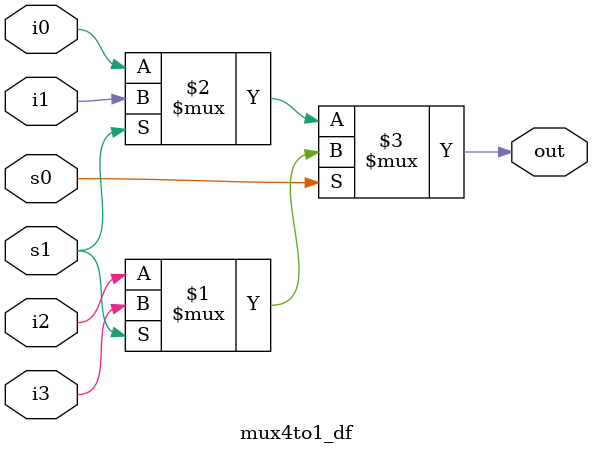
<source format=v>
module mux4to1_df(i0, i1, i2, i3, s0, s1, out);
    input i0, i1, i2, i3, s0, s1;
    output out;
    assign out = s0 ? (s1 ? i3:i2):(s1 ? i1:i0);
endmodule
</source>
